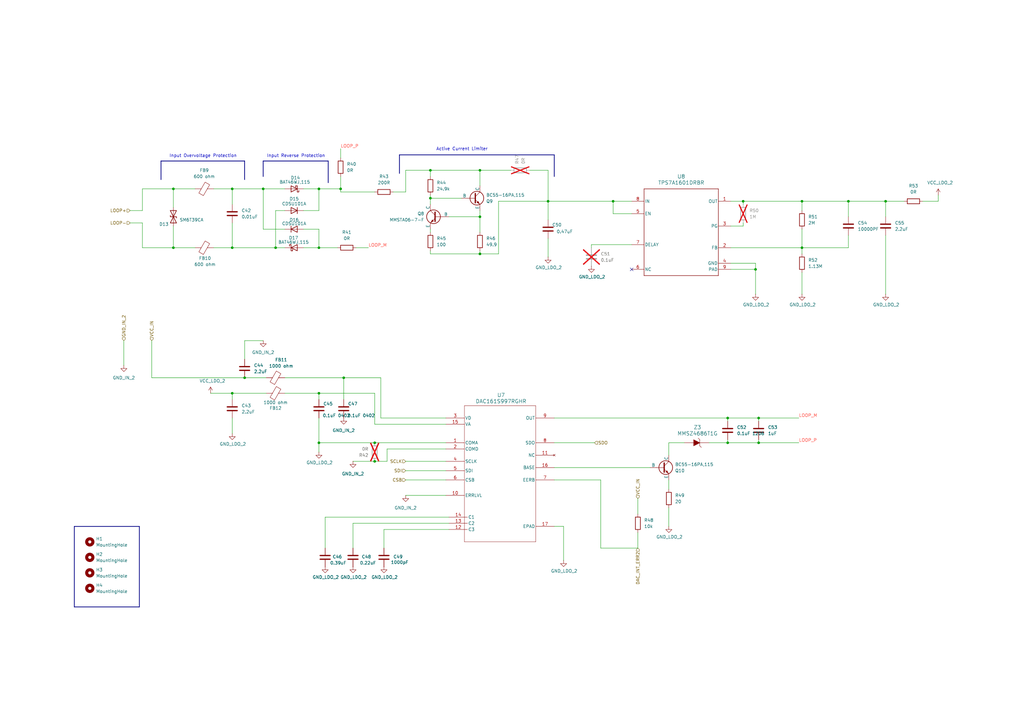
<source format=kicad_sch>
(kicad_sch (version 20231120) (generator "eeschema") (generator_version "8.0")
  (paper "A3")
  (lib_symbols
    (symbol "Device:C" (pin_numbers hide) (pin_names (offset 0.254))
      (property "Reference" "C" (at 0.635 2.54 0))
      (property "Value" "C" (at 0.635 -2.54 0))
      (symbol "C_0_1"
        (polyline (pts (xy -2.032 -0.762) (xy 2.032 -0.762)) (stroke (width 0.508)))
        (polyline (pts (xy -2.032 0.762) (xy 2.032 0.762)) (stroke (width 0.508)))
      )
      (symbol "C_1_1"
        (pin passive line (at 0 3.81 270) (length 2.794) (name "~") (number "1"))
        (pin passive line (at 0 -3.81 90) (length 2.794) (name "~") (number "2"))
      )
    )
    (symbol "Device:FerriteBead" (pin_numbers hide) (pin_names (offset 0))
      (property "Reference" "FB" (at -3.81 0.635 90))
      (property "Value" "FerriteBead" (at 3.81 0 90))
      (symbol "FerriteBead_0_1"
        (polyline (pts (xy 0 -1.27) (xy 0 -1.2192)))
        (polyline (pts (xy 0 1.27) (xy 0 1.2954)))
        (polyline (pts (xy -2.7686 0.4064) (xy -1.7018 2.2606) (xy 2.7686 -0.3048) (xy 1.6764 -2.159) (xy -2.7686 0.4064)))
      )
      (symbol "FerriteBead_1_1"
        (pin passive line (at 0 3.81 270) (length 2.54) (name "~") (number "1"))
        (pin passive line (at 0 -3.81 90) (length 2.54) (name "~") (number "2"))
      )
    )
    (symbol "Device:R" (pin_numbers hide) (pin_names (offset 0))
      (property "Reference" "R" (at 2.032 0 90))
      (property "Value" "R" (at 0 0 90))
      (symbol "R_0_1"
        (rectangle (start -1.016 -2.54) (end 1.016 2.54) (stroke (width 0.254)))
      )
      (symbol "R_1_1"
        (pin passive line (at 0 3.81 270) (length 1.27) (name "~") (number "1"))
        (pin passive line (at 0 -3.81 90) (length 1.27) (name "~") (number "2"))
      )
    )
    (symbol "Diode:1N630xCA" (pin_numbers hide) (pin_names (offset 1.016) hide)
      (property "Reference" "D" (at 0 2.54 0))
      (property "Value" "1N630xCA" (at 0 -2.54 0))
      (symbol "1N630xCA_0_1"
        (polyline (pts (xy 1.27 0) (xy -1.27 0)))
        (polyline (pts (xy -2.54 -1.27) (xy 0 0) (xy -2.54 1.27) (xy -2.54 -1.27)) (stroke (width 0.254)))
        (polyline (pts (xy 0.508 1.27) (xy 0 1.27) (xy 0 -1.27) (xy -0.508 -1.27)) (stroke (width 0.254)))
        (polyline (pts (xy 2.54 1.27) (xy 2.54 -1.27) (xy 0 0) (xy 2.54 1.27)) (stroke (width 0.254)))
      )
      (symbol "1N630xCA_1_1"
        (pin passive line (at -3.81 0 0) (length 2.54) (name "A1") (number "1"))
        (pin passive line (at 3.81 0 180) (length 2.54) (name "A2") (number "2"))
      )
    )
    (symbol "Diode:S2JTR" (pin_numbers hide) (pin_names hide)
      (property "Reference" "D" (at 0 2.54 0))
      (property "Value" "S2JTR" (at 0 -2.54 0))
      (symbol "S2JTR_0_1"
        (polyline (pts (xy -1.27 1.27) (xy -1.27 -1.27)) (stroke (width 0.254)))
        (polyline (pts (xy 1.27 0) (xy -1.27 0)))
        (polyline (pts (xy 1.27 1.27) (xy 1.27 -1.27) (xy -1.27 0) (xy 1.27 1.27)) (stroke (width 0.254)))
      )
      (symbol "S2JTR_1_1"
        (pin passive line (at -3.81 0 0) (length 2.54) (name "K") (number "1"))
        (pin passive line (at 3.81 0 180) (length 2.54) (name "A") (number "2"))
      )
    )
    (symbol "Diode:SB120" (pin_numbers hide) (pin_names (offset 1.016) hide)
      (property "Reference" "D" (at 0 2.54 0))
      (property "Value" "SB120" (at 0 -2.54 0))
      (symbol "SB120_0_1"
        (polyline (pts (xy 1.27 0) (xy -1.27 0)))
        (polyline (pts (xy 1.27 1.27) (xy 1.27 -1.27) (xy -1.27 0) (xy 1.27 1.27)) (stroke (width 0.254)))
        (polyline (pts (xy -1.905 0.635) (xy -1.905 1.27) (xy -1.27 1.27) (xy -1.27 -1.27) (xy -0.635 -1.27) (xy -0.635 -0.635)) (stroke (width 0.254)))
      )
      (symbol "SB120_1_1"
        (pin passive line (at -3.81 0 0) (length 2.54) (name "K") (number "1"))
        (pin passive line (at 3.81 0 180) (length 2.54) (name "A") (number "2"))
      )
    )
    (symbol "Mechanical:MountingHole" (pin_names (offset 1.016)) (exclude_from_sim yes) (in_bom no)
      (property "Reference" "H" (at 0 5.08 0))
      (property "Value" "MountingHole" (at 0 3.175 0))
      (symbol "MountingHole_0_1"
        (circle (center 0 0) (radius 1.27) (stroke (width 1.27)))
      )
    )
    (symbol "Simulation_SPICE:NPN" (pin_numbers hide) (pin_names (offset 0))
      (property "Reference" "Q" (at -2.54 7.62 0))
      (property "Value" "NPN" (at -2.54 5.08 0))
      (symbol "NPN_0_1"
        (polyline (pts (xy -2.54 0) (xy 0.635 0)) (stroke (width 0.1524)))
        (polyline (pts (xy 0.635 0.635) (xy 2.54 2.54)))
        (polyline (pts (xy 2.794 -1.27) (xy 2.794 -1.27)) (stroke (width 0.1524)))
        (polyline (pts (xy 2.794 -1.27) (xy 2.794 -1.27)) (stroke (width 0.1524)))
        (polyline (pts (xy 0.635 -0.635) (xy 2.54 -2.54) (xy 2.54 -2.54)))
        (polyline (pts (xy 0.635 1.905) (xy 0.635 -1.905) (xy 0.635 -1.905)) (stroke (width 0.508)))
        (polyline (pts (xy 1.27 -1.778) (xy 1.778 -1.27) (xy 2.286 -2.286) (xy 1.27 -1.778) (xy 1.27 -1.778)) (fill (type outline)))
        (circle (center 1.27 0) (radius 2.8194) (stroke (width 0.254)))
      )
      (symbol "NPN_1_1"
        (pin open_collector line (at 2.54 5.08 270) (length 2.54) (name "C") (number "1"))
        (pin input line (at -5.08 0 0) (length 2.54) (name "B") (number "2"))
        (pin open_emitter line (at 2.54 -5.08 90) (length 2.54) (name "E") (number "3"))
      )
    )
    (symbol "TSP7A1601DRBR:TPS7A1601DRBR" (pin_names (offset 0.254))
      (property "Reference" "U2" (at 0 22.86 0))
      (property "Value" "TPS7A1601DRBR" (at 0 20.32 0))
      (symbol "TPS7A1601DRBR_0_1"
        (polyline (pts (xy -15.24 -17.78) (xy 15.24 -17.78)) (stroke (width 0.2032)))
        (polyline (pts (xy -15.24 17.78) (xy -15.24 -17.78)) (stroke (width 0.2032)))
        (polyline (pts (xy 15.24 -17.78) (xy 15.24 17.78)) (stroke (width 0.2032)))
        (polyline (pts (xy 15.24 17.78) (xy -15.24 17.78)) (stroke (width 0.2032)))
        (pin power_in line (at 20.32 12.7 180) (length 5.08) (name "OUT") (number "1"))
        (pin input line (at 20.32 -6.35 180) (length 5.08) (name "FB") (number "2"))
        (pin open_collector line (at 20.32 2.54 180) (length 5.08) (name "PG") (number "3"))
        (pin power_in line (at 20.32 -12.7 180) (length 5.08) (name "GND") (number "4"))
        (pin input line (at -20.32 7.62 0) (length 5.08) (name "EN") (number "5"))
        (pin unspecified line (at -20.32 -15.24 0) (length 5.08) (name "NC") (number "6"))
        (pin output line (at -20.32 -5.08 0) (length 5.08) (name "DELAY") (number "7"))
        (pin power_in line (at -20.32 12.7 0) (length 5.08) (name "IN") (number "8"))
        (pin unspecified line (at 20.32 -15.24 180) (length 5.08) (name "PAD") (number "9"))
      )
    )
    (symbol "dac161s997rghr:DAC161S997RGHR" (pin_names (offset 0.254))
      (property "Reference" "U1" (at 33.02 10.16 0))
      (property "Value" "DAC161S997RGHR" (at 33.02 7.62 0))
      (symbol "DAC161S997RGHR_0_1"
        (polyline (pts (xy 7.62 -50.8) (xy 36.83 -50.8)) (stroke (width 0.127)))
        (polyline (pts (xy 7.62 5.08) (xy 7.62 -50.8)) (stroke (width 0.127)))
        (polyline (pts (xy 36.83 -50.8) (xy 36.83 5.08)) (stroke (width 0.127)))
        (polyline (pts (xy 36.83 5.08) (xy 7.62 5.08)) (stroke (width 0.127)))
        (pin power_in line (at 0 -10.16 0) (length 7.62) (name "COMA") (number "1"))
        (pin input line (at 0 -31.75 0) (length 7.62) (name "ERRLVL") (number "10"))
        (pin no_connect line (at 44.45 -15.24 180) (length 7.62) (name "NC") (number "11"))
        (pin unspecified line (at 1.27 -45.72 0) (length 7.62) (name "C3") (number "12"))
        (pin unspecified line (at 1.27 -43.18 0) (length 7.62) (name "C2") (number "13"))
        (pin unspecified line (at 1.27 -40.64 0) (length 7.62) (name "C1") (number "14"))
        (pin power_in line (at 0 -2.54 0) (length 7.62) (name "VA") (number "15"))
        (pin unspecified line (at 44.45 -20.32 180) (length 7.62) (name "BASE") (number "16"))
        (pin unspecified line (at 44.45 -44.45 180) (length 7.62) (name "EPAD") (number "17"))
        (pin power_in line (at 0 -12.7 0) (length 7.62) (name "COMD") (number "2"))
        (pin power_in line (at 0 0 0) (length 7.62) (name "VD") (number "3"))
        (pin input line (at 0 -17.78 0) (length 7.62) (name "SCLK") (number "4"))
        (pin input line (at 0 -21.59 0) (length 7.62) (name "SDI") (number "5"))
        (pin input line (at 0 -25.4 0) (length 7.62) (name "CSB") (number "6"))
        (pin output line (at 44.45 -25.4 180) (length 7.62) (name "EERB") (number "7"))
        (pin output line (at 44.45 -10.16 180) (length 7.62) (name "SDO") (number "8"))
        (pin output line (at 44.45 0 180) (length 7.62) (name "OUT") (number "9"))
      )
    )
    (symbol "dk_Diodes-Zener-Single:MMSZ5231B-7-F" (pin_numbers hide) (pin_names (offset 0) hide)
      (property "Reference" "Z" (at 0 3.81 0))
      (property "Value" "MMSZ5231B-7-F" (at 0 -3.81 0))
      (symbol "MMSZ5231B-7-F_0_1"
        (polyline (pts (xy 1.27 -1.27) (xy 1.905 -1.905)))
        (polyline (pts (xy 1.27 1.27) (xy 0.635 1.905)))
        (polyline (pts (xy 1.27 1.27) (xy 1.27 -1.27)))
        (polyline (pts (xy -1.27 1.27) (xy -1.27 -1.27) (xy 1.27 0) (xy -1.27 1.27)) (fill (type outline)))
      )
      (symbol "MMSZ5231B-7-F_1_1"
        (pin passive line (at -5.08 0 0) (length 3.81) (name "~") (number "A"))
        (pin passive line (at 5.08 0 180) (length 3.81) (name "~") (number "K"))
      )
    )
    (symbol "power:GND" (power) (pin_numbers hide) (pin_names (offset 0) hide)
      (property "Value" "GND" (at 0 -3.81 0))
      (symbol "GND_0_1"
        (polyline (pts (xy 0 0) (xy 0 -1.27) (xy 1.27 -1.27) (xy 0 -2.54) (xy -1.27 -1.27) (xy 0 -1.27)))
      )
      (symbol "GND_1_1"
        (pin power_in line (at 0 0 270) (length 0) (name "~") (number "1"))
      )
    )
    (symbol "power:VCC" (power) (pin_numbers hide) (pin_names (offset 0) hide)
      (property "Value" "VCC" (at 0 3.556 0))
      (symbol "VCC_0_1"
        (polyline (pts (xy -0.762 1.27) (xy 0 2.54)))
        (polyline (pts (xy 0 0) (xy 0 2.54)))
        (polyline (pts (xy 0 2.54) (xy 0.762 1.27)))
      )
      (symbol "VCC_1_1"
        (pin power_in line (at 0 0 90) (length 0) (name "~") (number "1"))
      )
    )
  )
  (junction (at 196.85 88.9))
  (junction (at 100.33 154.94))
  (junction (at 95.25 101.6))
  (junction (at 95.25 161.29))
  (junction (at 107.95 77.47))
  (junction (at 328.93 101.6))
  (junction (at 311.15 171.45))
  (junction (at 139.7 77.47))
  (junction (at 153.67 189.23))
  (junction (at 71.12 101.6))
  (junction (at 309.88 110.49))
  (junction (at 304.8 82.55))
  (junction (at 130.81 181.61))
  (junction (at 130.81 161.29))
  (junction (at 298.45 181.61))
  (junction (at 347.98 82.55))
  (junction (at 328.93 82.55))
  (junction (at 140.97 154.94))
  (junction (at 176.53 69.85))
  (junction (at 224.79 82.55))
  (junction (at 196.85 104.14))
  (junction (at 130.81 101.6))
  (junction (at 130.81 77.47))
  (junction (at 71.12 77.47))
  (junction (at 176.53 81.28))
  (junction (at 196.85 69.85))
  (junction (at 95.25 77.47))
  (junction (at 311.15 181.61))
  (junction (at 363.22 82.55))
  (junction (at 153.67 181.61))
  (junction (at 251.46 82.55))
  (junction (at 113.03 101.6))
  (junction (at 298.45 171.45))
  (no_connect (at 259.08 110.49))
  (wire (pts (xy 53.34 91.44) (xy 58.42 91.44)))
  (wire (pts (xy 299.72 110.49) (xy 309.88 110.49)))
  (wire (pts (xy 176.53 69.85) (xy 176.53 72.39)))
  (wire (pts (xy 347.98 82.55) (xy 363.22 82.55)))
  (wire (pts (xy 176.53 104.14) (xy 196.85 104.14)))
  (wire (pts (xy 246.38 196.85) (xy 246.38 224.79)))
  (wire (pts (xy 298.45 171.45) (xy 298.45 172.72)))
  (wire (pts (xy 62.23 139.7) (xy 62.23 154.94)))
  (wire (pts (xy 261.62 218.44) (xy 261.62 224.79)))
  (wire (pts (xy 53.34 86.36) (xy 58.42 86.36)))
  (wire (pts (xy 166.37 203.2) (xy 182.88 203.2)))
  (wire (pts (xy 124.46 77.47) (xy 130.81 77.47)))
  (wire (pts (xy 384.81 80.01) (xy 384.81 82.55)))
  (wire (pts (xy 86.36 161.29) (xy 95.25 161.29)))
  (wire (pts (xy 227.33 171.45) (xy 298.45 171.45)))
  (wire (pts (xy 130.81 101.6) (xy 138.43 101.6)))
  (wire (pts (xy 184.15 214.63) (xy 144.78 214.63)))
  (wire (pts (xy 95.25 77.47) (xy 87.63 77.47)))
  (wire (pts (xy 58.42 101.6) (xy 58.42 91.44)))
  (wire (pts (xy 107.95 77.47) (xy 116.84 77.47)))
  (wire (pts (xy 130.81 161.29) (xy 130.81 163.83)))
  (wire (pts (xy 274.32 208.28) (xy 274.32 215.9)))
  (wire (pts (xy 363.22 88.9) (xy 363.22 82.55)))
  (wire (pts (xy 224.79 69.85) (xy 224.79 82.55)))
  (wire (pts (xy 151.13 101.6) (xy 146.05 101.6)))
  (wire (pts (xy 153.67 161.29) (xy 130.81 161.29)))
  (bus (pts (xy 30.48 215.9) (xy 30.48 248.92)))
  (wire (pts (xy 347.98 88.9) (xy 347.98 82.55)))
  (wire (pts (xy 311.15 171.45) (xy 327.66 171.45)))
  (wire (pts (xy 274.32 186.69) (xy 274.32 181.61)))
  (wire (pts (xy 184.15 217.17) (xy 157.48 217.17)))
  (wire (pts (xy 224.79 97.79) (xy 224.79 105.41)))
  (wire (pts (xy 130.81 93.98) (xy 130.81 101.6)))
  (wire (pts (xy 299.72 101.6) (xy 328.93 101.6)))
  (wire (pts (xy 246.38 224.79) (xy 261.62 224.79)))
  (wire (pts (xy 304.8 92.71) (xy 304.8 91.44)))
  (wire (pts (xy 217.17 69.85) (xy 224.79 69.85)))
  (wire (pts (xy 130.81 185.42) (xy 130.81 181.61)))
  (wire (pts (xy 274.32 181.61) (xy 280.67 181.61)))
  (wire (pts (xy 176.53 93.98) (xy 176.53 95.25)))
  (wire (pts (xy 130.81 181.61) (xy 130.81 171.45)))
  (wire (pts (xy 231.14 215.9) (xy 231.14 229.87)))
  (wire (pts (xy 144.78 189.23) (xy 153.67 189.23)))
  (wire (pts (xy 363.22 96.52) (xy 363.22 120.65)))
  (wire (pts (xy 196.85 88.9) (xy 196.85 95.25)))
  (wire (pts (xy 116.84 154.94) (xy 140.97 154.94)))
  (wire (pts (xy 243.84 181.61) (xy 227.33 181.61)))
  (wire (pts (xy 124.46 93.98) (xy 130.81 93.98)))
  (wire (pts (xy 153.67 173.99) (xy 153.67 161.29)))
  (wire (pts (xy 309.88 107.95) (xy 309.88 110.49)))
  (wire (pts (xy 153.67 181.61) (xy 182.88 181.61)))
  (wire (pts (xy 290.83 181.61) (xy 298.45 181.61)))
  (wire (pts (xy 130.81 77.47) (xy 130.81 86.36)))
  (wire (pts (xy 311.15 181.61) (xy 327.66 181.61)))
  (wire (pts (xy 261.62 204.47) (xy 261.62 210.82)))
  (bus (pts (xy 134.62 66.04) (xy 107.95 66.04)))
  (wire (pts (xy 158.75 189.23) (xy 158.75 184.15)))
  (wire (pts (xy 299.72 82.55) (xy 304.8 82.55)))
  (bus (pts (xy 66.04 66.04) (xy 66.04 73.66)))
  (wire (pts (xy 242.57 100.33) (xy 242.57 101.6)))
  (wire (pts (xy 259.08 87.63) (xy 251.46 87.63)))
  (wire (pts (xy 251.46 87.63) (xy 251.46 82.55)))
  (wire (pts (xy 298.45 180.34) (xy 298.45 181.61)))
  (wire (pts (xy 139.7 72.39) (xy 139.7 77.47)))
  (bus (pts (xy 100.33 73.66) (xy 100.33 66.04)))
  (wire (pts (xy 196.85 86.36) (xy 196.85 88.9)))
  (wire (pts (xy 130.81 77.47) (xy 139.7 77.47)))
  (bus (pts (xy 30.48 248.92) (xy 57.15 248.92)))
  (wire (pts (xy 176.53 80.01) (xy 176.53 81.28)))
  (wire (pts (xy 166.37 196.85) (xy 182.88 196.85)))
  (wire (pts (xy 184.15 88.9) (xy 196.85 88.9)))
  (wire (pts (xy 196.85 104.14) (xy 196.85 102.87)))
  (wire (pts (xy 274.32 196.85) (xy 274.32 200.66)))
  (wire (pts (xy 95.25 77.47) (xy 107.95 77.47)))
  (wire (pts (xy 139.7 60.96) (xy 139.7 64.77)))
  (wire (pts (xy 139.7 78.74) (xy 153.67 78.74)))
  (wire (pts (xy 107.95 139.7) (xy 100.33 139.7)))
  (bus (pts (xy 227.33 72.39) (xy 227.33 63.5)))
  (wire (pts (xy 204.47 82.55) (xy 224.79 82.55)))
  (wire (pts (xy 363.22 82.55) (xy 370.84 82.55)))
  (wire (pts (xy 157.48 217.17) (xy 157.48 224.79)))
  (wire (pts (xy 224.79 82.55) (xy 224.79 90.17)))
  (wire (pts (xy 80.01 77.47) (xy 71.12 77.47)))
  (wire (pts (xy 251.46 82.55) (xy 259.08 82.55)))
  (wire (pts (xy 166.37 69.85) (xy 166.37 78.74)))
  (wire (pts (xy 144.78 214.63) (xy 144.78 224.79)))
  (wire (pts (xy 58.42 77.47) (xy 58.42 86.36)))
  (wire (pts (xy 328.93 86.36) (xy 328.93 82.55)))
  (wire (pts (xy 71.12 77.47) (xy 58.42 77.47)))
  (wire (pts (xy 166.37 189.23) (xy 182.88 189.23)))
  (wire (pts (xy 378.46 82.55) (xy 384.81 82.55)))
  (wire (pts (xy 299.72 92.71) (xy 304.8 92.71)))
  (wire (pts (xy 95.25 161.29) (xy 109.22 161.29)))
  (wire (pts (xy 299.72 107.95) (xy 309.88 107.95)))
  (wire (pts (xy 156.21 154.94) (xy 156.21 171.45)))
  (wire (pts (xy 227.33 191.77) (xy 266.7 191.77)))
  (wire (pts (xy 116.84 161.29) (xy 130.81 161.29)))
  (wire (pts (xy 116.84 86.36) (xy 113.03 86.36)))
  (wire (pts (xy 309.88 110.49) (xy 309.88 120.65)))
  (bus (pts (xy 134.62 74.93) (xy 134.62 66.04)))
  (wire (pts (xy 328.93 82.55) (xy 347.98 82.55)))
  (wire (pts (xy 153.67 189.23) (xy 158.75 189.23)))
  (wire (pts (xy 196.85 76.2) (xy 196.85 69.85)))
  (wire (pts (xy 328.93 101.6) (xy 328.93 104.14)))
  (wire (pts (xy 166.37 78.74) (xy 161.29 78.74)))
  (wire (pts (xy 158.75 184.15) (xy 182.88 184.15)))
  (wire (pts (xy 130.81 181.61) (xy 153.67 181.61)))
  (wire (pts (xy 328.93 111.76) (xy 328.93 120.65)))
  (wire (pts (xy 328.93 82.55) (xy 304.8 82.55)))
  (wire (pts (xy 196.85 69.85) (xy 209.55 69.85)))
  (wire (pts (xy 176.53 81.28) (xy 189.23 81.28)))
  (wire (pts (xy 304.8 82.55) (xy 304.8 83.82)))
  (wire (pts (xy 140.97 154.94) (xy 140.97 163.83)))
  (wire (pts (xy 133.35 212.09) (xy 133.35 224.79)))
  (wire (pts (xy 100.33 139.7) (xy 100.33 147.32)))
  (wire (pts (xy 298.45 171.45) (xy 311.15 171.45)))
  (wire (pts (xy 182.88 173.99) (xy 153.67 173.99)))
  (wire (pts (xy 176.53 81.28) (xy 176.53 83.82)))
  (wire (pts (xy 113.03 86.36) (xy 113.03 101.6)))
  (wire (pts (xy 113.03 101.6) (xy 116.84 101.6)))
  (bus (pts (xy 57.15 215.9) (xy 30.48 215.9)))
  (wire (pts (xy 204.47 104.14) (xy 204.47 82.55)))
  (bus (pts (xy 163.83 63.5) (xy 163.83 71.12)))
  (wire (pts (xy 140.97 154.94) (xy 156.21 154.94)))
  (wire (pts (xy 184.15 212.09) (xy 133.35 212.09)))
  (wire (pts (xy 124.46 86.36) (xy 130.81 86.36)))
  (wire (pts (xy 95.25 101.6) (xy 95.25 91.44)))
  (wire (pts (xy 166.37 193.04) (xy 182.88 193.04)))
  (wire (pts (xy 71.12 77.47) (xy 71.12 85.09)))
  (wire (pts (xy 95.25 171.45) (xy 95.25 177.8)))
  (wire (pts (xy 311.15 171.45) (xy 311.15 172.72)))
  (wire (pts (xy 107.95 93.98) (xy 107.95 77.47)))
  (wire (pts (xy 100.33 154.94) (xy 109.22 154.94)))
  (wire (pts (xy 87.63 101.6) (xy 95.25 101.6)))
  (wire (pts (xy 95.25 161.29) (xy 95.25 163.83)))
  (wire (pts (xy 71.12 101.6) (xy 58.42 101.6)))
  (wire (pts (xy 139.7 78.74) (xy 139.7 77.47)))
  (wire (pts (xy 116.84 93.98) (xy 107.95 93.98)))
  (bus (pts (xy 163.83 63.5) (xy 227.33 63.5)))
  (wire (pts (xy 196.85 104.14) (xy 204.47 104.14)))
  (wire (pts (xy 242.57 100.33) (xy 259.08 100.33)))
  (wire (pts (xy 156.21 171.45) (xy 182.88 171.45)))
  (wire (pts (xy 224.79 82.55) (xy 251.46 82.55)))
  (wire (pts (xy 62.23 154.94) (xy 100.33 154.94)))
  (wire (pts (xy 166.37 69.85) (xy 176.53 69.85)))
  (wire (pts (xy 71.12 101.6) (xy 80.01 101.6)))
  (bus (pts (xy 107.95 66.04) (xy 107.95 72.39)))
  (wire (pts (xy 298.45 181.61) (xy 311.15 181.61)))
  (wire (pts (xy 311.15 181.61) (xy 311.15 180.34)))
  (wire (pts (xy 347.98 96.52) (xy 347.98 101.6)))
  (bus (pts (xy 57.15 215.9) (xy 57.15 248.92)))
  (wire (pts (xy 227.33 215.9) (xy 231.14 215.9)))
  (bus (pts (xy 100.33 66.04) (xy 66.04 66.04)))
  (wire (pts (xy 130.81 101.6) (xy 124.46 101.6)))
  (wire (pts (xy 227.33 196.85) (xy 246.38 196.85)))
  (wire (pts (xy 95.25 101.6) (xy 113.03 101.6)))
  (wire (pts (xy 71.12 92.71) (xy 71.12 101.6)))
  (wire (pts (xy 347.98 101.6) (xy 328.93 101.6)))
  (wire (pts (xy 50.8 139.7) (xy 50.8 149.86)))
  (wire (pts (xy 176.53 102.87) (xy 176.53 104.14)))
  (wire (pts (xy 176.53 69.85) (xy 196.85 69.85)))
  (wire (pts (xy 95.25 83.82) (xy 95.25 77.47)))
  (wire (pts (xy 328.93 93.98) (xy 328.93 101.6)))
  (text "Input Overvoltage Protection" (at 83.312 64.008 0) (effects (font (size 1.27 1.27))))
  (text "Input Reverse Protection" (at 121.412 64.008 0) (effects (font (size 1.27 1.27))))
  (text "Active Current Limiter" (at 189.484 61.214 0) (effects (font (size 1.27 1.27))))
  (label "LOOP_P" (at 139.7 60.96 0))
  (label "LOOP_P" (at 327.66 181.61 0))
  (label "LOOP_M" (at 151.13 101.6 0))
  (label "LOOP_M" (at 327.66 171.45 0))
  (hierarchical_label "LOOP-" (shape input) (at 53.34 91.44 180))
  (hierarchical_label "SDI" (shape input) (at 166.37 193.04 180))
  (hierarchical_label "SDO" (shape input) (at 243.84 181.61 0))
  (hierarchical_label "LOOP+" (shape input) (at 53.34 86.36 180))
  (hierarchical_label "CSB" (shape input) (at 166.37 196.85 180))
  (hierarchical_label "DAC_INT_ERR2" (shape input) (at 261.62 224.79 270))
  (hierarchical_label "SCLK" (shape input) (at 166.37 189.23 180))
  (hierarchical_label "GND_IN_2" (shape input) (at 50.8 139.7 90))
  (hierarchical_label "VCC_IN" (shape input) (at 62.23 139.7 90))
  (hierarchical_label "VCC_IN" (shape input) (at 261.62 204.47 90))
  (symbol (lib_id "Device:C") (at 298.45 176.53 0) (unit 1)
    (property "Reference" "C52" (at 302.26 175.2599 0) (effects (justify left)))
    (property "Value" "0.1uF 1206" (at 302.26 177.7999 0) (effects (justify left)))
    (property "Footprint" "Capacitor_SMD:C_1206_3216Metric" (effects (hide yes)))
    (property "Description" "CAP CER 0.1UF 100V X7R 1206" (effects (hide yes)))
    (property "DIGIKEY" "478-KGM31DR72A104JUTR-ND" (effects (hide yes)))
    (property "DigiKey" "478-KGM31DR72A104JUTR-ND" (effects (hide yes)))
  )
  (symbol (lib_id "Device:R") (at 176.53 76.2 180) (unit 1)
    (property "Reference" "R44" (at 179.07 74.9299 0) (effects (justify right)))
    (property "Value" "24.9k" (at 179.07 77.4699 0) (effects (justify right)))
    (property "Footprint" "Resistor_SMD:R_0603_1608Metric" (effects (hide yes)))
    (property "Description" "RES 24.9K OHM 1% 1/10W 0603" (effects (hide yes)))
    (property "DIGIKEY" "541-4028-2-ND" (effects (hide yes)))
    (property "DigiKey" "541-4028-2-ND" (effects (hide yes)))
  )
  (symbol (lib_id "Diode:S2JTR") (at 120.65 86.36 180) (unit 1)
    (property "Reference" "D15" (at 120.65 81.534 0))
    (property "Value" "CDSU101A" (at 120.65 83.566 0))
    (property "Footprint" "footprints:LED_CDSU101A" (effects (hide yes)))
    (property "Description" "DIODE GEN PURP 80V 100MA 0603" (effects (hide yes)))
    (property "DIGIKEY" "  641-1002-2-ND" (effects (hide yes)))
    (property "DigiKey" "  641-1002-2-ND" (effects (hide yes)))
  )
  (symbol (lib_id "power:VCC") (at 384.81 80.01 0) (unit 1)
    (property "Reference" "#PWR077" (effects (hide yes)))
    (property "Value" "VCC_LDO_2" (at 385.572 74.93 0))
    (property "Description" "Power symbol creates a global label with name \"VCC\"" (effects (hide yes)))
  )
  (symbol (lib_id "dac161s997rghr:DAC161S997RGHR") (at 182.88 171.45 0) (unit 1)
    (property "Reference" "U7" (at 205.486 162.052 0) (effects (font (size 1.524 1.524))))
    (property "Value" "DAC161S997RGHR" (at 205.486 164.592 0) (effects (font (size 1.524 1.524))))
    (property "Footprint" "footprints:RGH16_TEX" (effects (hide yes)))
    (property "Datasheet" "DAC161S997RGHR" (effects (hide yes)))
    (property "Description" "DAC 16 b SPI 16-WQFN (4x4)" (effects (hide yes)))
    (property "DIGIKEY" "  296-40022-2-ND " (effects (hide yes)))
    (property "DigiKey" "  296-40022-2-ND " (effects (hide yes)))
  )
  (symbol (lib_id "Device:R") (at 304.8 87.63 0) (unit 1) (dnp yes)
    (property "Reference" "R50" (at 307.34 86.3599 0) (effects (justify left)))
    (property "Value" "1M" (at 307.34 88.8999 0) (effects (justify left)))
    (property "Footprint" "Resistor_SMD:R_0402_1005Metric" (effects (hide yes)))
    (property "Description" "RES SMD 1M OHM 5% 1/16W 0402" (effects (hide yes)))
    (property "DIGIKEY" "541-4119-2-ND" (effects (hide yes)))
    (property "DigiKey" "541-4119-2-ND" (effects (hide yes)))
  )
  (symbol (lib_id "Device:R") (at 328.93 90.17 0) (unit 1)
    (property "Reference" "R51" (at 331.47 88.8999 0) (effects (justify left)))
    (property "Value" "2M" (at 331.47 91.4399 0) (effects (justify left)))
    (property "Footprint" "Resistor_SMD:R_0402_1005Metric" (effects (hide yes)))
    (property "Description" "RES 2M OHM 1% 1/16W 0402" (effects (hide yes)))
    (property "DIGIKEY" "541-4066-2-ND" (effects (hide yes)))
    (property "DigiKey" "541-4066-2-ND" (effects (hide yes)))
  )
  (symbol (lib_id "Device:C") (at 95.25 87.63 0) (unit 1)
    (property "Reference" "C42" (at 99.06 86.3599 0) (effects (justify left)))
    (property "Value" "0.01uF" (at 99.06 88.8999 0) (effects (justify left)))
    (property "Footprint" "Capacitor_SMD:C_0603_1608Metric" (effects (hide yes)))
    (property "Description" "Unpolarized capacitor" (effects (hide yes)))
    (property "DIGIKEY" "  445-1304-2-ND" (effects (hide yes)))
    (property "DigiKey" "  445-1304-2-ND" (effects (hide yes)))
  )
  (symbol (lib_id "power:VCC") (at 86.36 161.29 0) (unit 1)
    (property "Reference" "#PWR060" (effects (hide yes)))
    (property "Value" "VCC_LDO_2" (at 87.122 156.21 0))
    (property "Description" "Power symbol creates a global label with name \"VCC\"" (effects (hide yes)))
  )
  (symbol (lib_id "Device:R") (at 261.62 214.63 0) (unit 1)
    (property "Reference" "R48" (at 264.16 213.3599 0) (effects (justify left)))
    (property "Value" "10k" (at 264.16 215.8999 0) (effects (justify left)))
    (property "Footprint" "Resistor_SMD:R_0402_1005Metric" (effects (hide yes)))
    (property "Description" "RES 10K OHM 5% 1/16W 0402" (effects (hide yes)))
    (property "DIGIKEY" "311-10KJRTR-ND " (effects (hide yes)))
    (property "DigiKey" "311-10KJRTR-ND " (effects (hide yes)))
  )
  (symbol (lib_id "Device:C") (at 130.81 167.64 0) (unit 1)
    (property "Reference" "C45" (at 132.588 165.608 0) (effects (justify left)))
    (property "Value" "0.1uF 0402" (at 132.334 170.434 0) (effects (justify left)))
    (property "Footprint" "Capacitor_SMD:C_0402_1005Metric" (effects (hide yes)))
    (property "Description" "CAP CER 0.1UF 6.3V X5R 0402" (effects (hide yes)))
    (property "DIGIKEY" "445-1266-2-ND" (effects (hide yes)))
    (property "DigiKey" "445-1266-2-ND" (effects (hide yes)))
  )
  (symbol (lib_id "Device:R") (at 374.65 82.55 90) (unit 1)
    (property "Reference" "R53" (at 374.65 76.2 90))
    (property "Value" "0R" (at 374.65 78.74 90))
    (property "Footprint" "Resistor_SMD:R_0603_1608Metric" (effects (hide yes)))
    (property "Description" "0 Ohms Jumper Chip Resistor 0603 (1608 Metric) Automotive AEC-Q200 Thick Film" (effects (hide yes)))
    (property "DIGIKEY" "541-0.0GTR-ND" (effects (hide yes)))
    (property "DigiKey" "541-0.0GTR-ND" (effects (hide yes)))
  )
  (symbol (lib_id "power:GND") (at 242.57 109.22 0) (unit 1)
    (property "Reference" "#PWR072" (effects (hide yes)))
    (property "Value" "GND_LDO_2" (at 242.824 113.538 0))
    (property "Description" "Power symbol creates a global label with name \"GND\" , ground" (effects (hide yes)))
  )
  (symbol (lib_id "Device:FerriteBead") (at 83.82 101.6 90) (unit 1)
    (property "Reference" "FB10" (at 84.074 105.918 90))
    (property "Value" "600 ohm" (at 84.074 108.458 90))
    (property "Footprint" "Resistor_SMD:R_1206_3216Metric" (effects (hide yes)))
    (property "Description" "Ferrite bead" (effects (hide yes)))
    (property "DIGIKEY" "  240-2405-2-ND" (effects (hide yes)))
    (property "DigiKey" "  240-2405-2-ND" (effects (hide yes)))
  )
  (symbol (lib_id "Device:C") (at 224.79 93.98 0) (mirror y) (unit 1)
    (property "Reference" "C50" (at 230.378 92.202 0) (effects (justify left)))
    (property "Value" "0.47uF" (at 234.95 94.996 0) (effects (justify left)))
    (property "Footprint" "Capacitor_SMD:C_0805_2012Metric" (effects (hide yes)))
    (property "Description" "CAP CER 0.47UF 100V X7R 0805" (effects (hide yes)))
    (property "DIGIKEY" "  490-3326-2-ND" (effects (hide yes)))
    (property "DigiKey" "  490-3326-2-ND" (effects (hide yes)))
  )
  (symbol (lib_id "power:GND") (at 157.48 232.41 0) (unit 1)
    (property "Reference" "#PWR068" (effects (hide yes)))
    (property "Value" "GND_LDO_2" (at 157.734 236.728 0))
    (property "Description" "Power symbol creates a global label with name \"GND\" , ground" (effects (hide yes)))
  )
  (symbol (lib_id "Device:R") (at 196.85 99.06 0) (unit 1)
    (property "Reference" "R46" (at 199.39 97.7899 0) (effects (justify left)))
    (property "Value" "49.9" (at 199.39 100.3299 0) (effects (justify left)))
    (property "Footprint" "Resistor_SMD:R_1206_3216Metric" (effects (hide yes)))
    (property "Description" "RES 49.9 OHM 1% 1/4W 1206" (effects (hide yes)))
    (property "DIGIKEY" "541-4185-2-ND" (effects (hide yes)))
    (property "DigiKey" "541-4185-2-ND" (effects (hide yes)))
  )
  (symbol (lib_id "power:GND") (at 231.14 229.87 0) (unit 1)
    (property "Reference" "#PWR071" (effects (hide yes)))
    (property "Value" "GND_LDO_2" (at 231.394 234.188 0))
    (property "Description" "Power symbol creates a global label with name \"GND\" , ground" (effects (hide yes)))
  )
  (symbol (lib_id "Diode:SB120") (at 120.65 77.47 180) (unit 1)
    (property "Reference" "D14" (at 121.158 72.898 0))
    (property "Value" "BAT46WJ,115" (at 120.904 74.676 0))
    (property "Footprint" "Diode_SMD:D_SOD-323F" (effects (hide yes)))
    (property "Description" "DIODE SCHOTT 100V 250MA SOD323F" (effects (hide yes)))
    (property "DIGIKEY" "  1727-4817-2-ND" (effects (hide yes)))
    (property "DigiKey" "  1727-4817-2-ND" (effects (hide yes)))
  )
  (symbol (lib_id "Mechanical:MountingHole") (at 36.83 228.6 0) (unit 1) (exclude_from_sim yes) (in_bom no)
    (property "Reference" "H2" (at 39.37 227.3299 0) (effects (justify left)))
    (property "Value" "MountingHole" (at 39.37 229.8699 0) (effects (justify left)))
    (property "Footprint" "MountingHole:MountingHole_3.2mm_M3_DIN965_Pad" (effects (hide yes)))
    (property "Description" "Mounting Hole without connection" (effects (hide yes)))
  )
  (symbol (lib_id "Device:C") (at 133.35 228.6 0) (unit 1)
    (property "Reference" "C46" (at 136.398 228.346 0) (effects (justify left)))
    (property "Value" "0.39uF" (at 135.382 230.886 0) (effects (justify left)))
    (property "Footprint" "Capacitor_SMD:C_0402_1005Metric" (effects (hide yes)))
    (property "Description" "CAP, CERM, 0.39 µF, 10 V, +/- 10%, X5R, 0402" (effects (hide yes)))
    (property "DIGIKEY" "  490-8253-2-ND" (effects (hide yes)))
    (property "DigiKey" "  490-8253-2-ND" (effects (hide yes)))
  )
  (symbol (lib_id "Device:C") (at 347.98 92.71 0) (unit 1)
    (property "Reference" "C54" (at 351.79 91.4399 0) (effects (justify left)))
    (property "Value" "10000PF" (at 351.79 93.9799 0) (effects (justify left)))
    (property "Footprint" "Capacitor_SMD:C_0402_1005Metric" (effects (hide yes)))
    (property "Description" "CAP CER 10000PF 10V X5R 0402" (effects (hide yes)))
    (property "DIGIKEY" "  490-6296-2-ND" (effects (hide yes)))
    (property "DigiKey" "  490-6296-2-ND" (effects (hide yes)))
  )
  (symbol (lib_id "Simulation_SPICE:NPN") (at 179.07 88.9 0) (mirror y) (unit 1)
    (property "Reference" "Q8" (at 173.99 87.6299 0) (effects (justify left)))
    (property "Value" "MMSTA06-7-F" (at 173.99 90.1699 0) (effects (justify left)))
    (property "Footprint" "digikey-footprints:SOT-323" (effects (hide yes)))
    (property "Description" "TRANS NPN 80V 0.5A SOT323" (effects (hide yes)))
    (property "DIGIKEY" "MMSTA06-FDITR-ND" (effects (hide yes)))
    (property "DigiKey" "MMSTA06-FDITR-ND" (effects (hide yes)))
  )
  (symbol (lib_id "Device:FerriteBead") (at 83.82 77.47 90) (unit 1)
    (property "Reference" "FB9" (at 83.7692 69.85 90))
    (property "Value" "600 ohm" (at 83.7692 72.39 90))
    (property "Footprint" "Resistor_SMD:R_1206_3216Metric" (effects (hide yes)))
    (property "Description" "Ferrite bead" (effects (hide yes)))
    (property "DIGIKEY" "  240-2405-2-ND" (effects (hide yes)))
    (property "DigiKey" "  240-2405-2-ND" (effects (hide yes)))
  )
  (symbol (lib_id "Device:C") (at 311.15 176.53 0) (unit 1)
    (property "Reference" "C53" (at 314.96 175.2599 0) (effects (justify left)))
    (property "Value" "1uF" (at 314.96 177.7999 0) (effects (justify left)))
    (property "Footprint" "Capacitor_SMD:C_1206_3216Metric" (effects (hide yes)))
    (property "Description" "CAP CER 1UF 100V X7R 1206" (effects (hide yes)))
    (property "DIGIKEY" "490-3909-2-ND" (effects (hide yes)))
    (property "DigiKey" "490-3909-2-ND" (effects (hide yes)))
  )
  (symbol (lib_id "power:GND") (at 363.22 120.65 0) (unit 1)
    (property "Reference" "#PWR076" (effects (hide yes)))
    (property "Value" "GND_LDO_2" (at 363.474 124.968 0))
    (property "Description" "Power symbol creates a global label with name \"GND\" , ground" (effects (hide yes)))
  )
  (symbol (lib_id "Device:C") (at 100.33 151.13 0) (unit 1)
    (property "Reference" "C44" (at 104.14 149.8599 0) (effects (justify left)))
    (property "Value" "2.2uF" (at 104.14 152.3999 0) (effects (justify left)))
    (property "Footprint" "Capacitor_SMD:C_0402_1005Metric" (effects (hide yes)))
    (property "Description" "CAP CER 2.2UF 16V X5R 0402" (effects (hide yes)))
    (property "DIGIKEY" "445-9085-2-ND" (effects (hide yes)))
    (property "DigiKey" "445-9085-2-ND" (effects (hide yes)))
  )
  (symbol (lib_id "Device:FerriteBead") (at 113.03 154.94 90) (unit 1)
    (property "Reference" "FB11" (at 115.316 147.574 90))
    (property "Value" "1000 ohm" (at 115.316 150.114 90))
    (property "Footprint" "Resistor_SMD:R_0402_1005Metric" (effects (hide yes)))
    (property "Description" "FERRITE BEAD 1K OHM 0402 1LN" (effects (hide yes)))
    (property "DIGIKEY" "  490-3999-2-ND" (effects (hide yes)))
    (property "DigiKey" "  490-3999-2-ND" (effects (hide yes)))
  )
  (symbol (lib_id "power:GND") (at 166.37 203.2 0) (unit 1)
    (property "Reference" "#PWR069" (effects (hide yes)))
    (property "Value" "GND_IN_2" (at 166.37 208.28 0))
    (property "Description" "Power symbol creates a global label with name \"GND\" , ground" (effects (hide yes)))
  )
  (symbol (lib_id "power:GND") (at 309.88 120.65 0) (unit 1)
    (property "Reference" "#PWR074" (effects (hide yes)))
    (property "Value" "GND_LDO_2" (at 310.134 124.968 0))
    (property "Description" "Power symbol creates a global label with name \"GND\" , ground" (effects (hide yes)))
  )
  (symbol (lib_id "power:GND") (at 140.97 171.45 0) (unit 1)
    (property "Reference" "#PWR065" (effects (hide yes)))
    (property "Value" "GND_IN_2" (at 140.97 176.53 0))
    (property "Description" "Power symbol creates a global label with name \"GND\" , ground" (effects (hide yes)))
  )
  (symbol (lib_id "power:GND") (at 328.93 120.65 0) (unit 1)
    (property "Reference" "#PWR075" (effects (hide yes)))
    (property "Value" "GND_LDO_2" (at 329.184 124.968 0))
    (property "Description" "Power symbol creates a global label with name \"GND\" , ground" (effects (hide yes)))
  )
  (symbol (lib_id "Device:FerriteBead") (at 113.03 161.29 90) (unit 1)
    (property "Reference" "FB12" (at 113.03 167.386 90))
    (property "Value" "1000 ohm" (at 113.03 165.1 90))
    (property "Footprint" "Resistor_SMD:R_0402_1005Metric" (effects (hide yes)))
    (property "Description" "FERRITE BEAD 1K OHM 0402 1LN" (effects (hide yes)))
    (property "DIGIKEY" "  490-3999-2-ND" (effects (hide yes)))
    (property "DigiKey" "  490-3999-2-ND" (effects (hide yes)))
  )
  (symbol (lib_id "power:GND") (at 107.95 139.7 0) (unit 1)
    (property "Reference" "#PWR062" (effects (hide yes)))
    (property "Value" "GND_IN_2" (at 107.95 144.526 0))
    (property "Description" "Power symbol creates a global label with name \"GND\" , ground" (effects (hide yes)))
  )
  (symbol (lib_id "Simulation_SPICE:NPN") (at 271.78 191.77 0) (unit 1)
    (property "Reference" "Q10" (at 276.86 193.0401 0) (effects (justify left)))
    (property "Value" "BC55-16PA,115" (at 276.86 190.5001 0) (effects (justify left)))
    (property "Footprint" "mergened_footprints:3-HUSON(2X2)" (effects (hide yes)))
    (property "Description" "TRANS NPN 60V 1A 3HUSON" (effects (hide yes)))
    (property "DIGIKEY" "  1727-2344-2-ND" (effects (hide yes)))
    (property "DigiKey" "  1727-2344-2-ND" (effects (hide yes)))
  )
  (symbol (lib_id "Device:C") (at 363.22 92.71 0) (unit 1)
    (property "Reference" "C55" (at 367.03 91.4399 0) (effects (justify left)))
    (property "Value" "2.2uF" (at 367.03 93.9799 0) (effects (justify left)))
    (property "Footprint" "Capacitor_SMD:C_0402_1005Metric" (effects (hide yes)))
    (property "Description" "CAP CER 2.2UF 16V X5R 0402" (effects (hide yes)))
    (property "DIGIKEY" "445-9085-2-ND" (effects (hide yes)))
    (property "DigiKey" "445-9085-2-ND" (effects (hide yes)))
  )
  (symbol (lib_id "Device:C") (at 242.57 105.41 0) (unit 1) (dnp yes)
    (property "Reference" "C51" (at 246.38 104.1399 0) (effects (justify left)))
    (property "Value" "0.1uF" (at 246.38 106.6799 0) (effects (justify left)))
    (property "Footprint" "Capacitor_SMD:C_1206_3216Metric" (effects (hide yes)))
    (property "Description" "CAP CER 0.1UF 100V X7R 1206" (effects (hide yes)))
    (property "DIGIKEY" "478-KGM31DR72A104JUTR-ND" (effects (hide yes)))
    (property "DigiKey" "478-KGM31DR72A104JUTR-ND" (effects (hide yes)))
  )
  (symbol (lib_id "Simulation_SPICE:NPN") (at 194.31 81.28 0) (unit 1)
    (property "Reference" "Q9" (at 199.39 82.5501 0) (effects (justify left)))
    (property "Value" "BC55-16PA,115" (at 199.39 80.0101 0) (effects (justify left)))
    (property "Footprint" "mergened_footprints:3-HUSON(2X2)" (effects (hide yes)))
    (property "Description" "TRANS NPN 60V 1A 3HUSON" (effects (hide yes)))
    (property "DIGIKEY" "  1727-2344-2-ND" (effects (hide yes)))
    (property "DigiKey" "  1727-2344-2-ND" (effects (hide yes)))
  )
  (symbol (lib_id "Device:C") (at 144.78 228.6 0) (unit 1)
    (property "Reference" "C48" (at 148.336 228.346 0) (effects (justify left)))
    (property "Value" "0.22uF" (at 147.574 230.886 0) (effects (justify left)))
    (property "Footprint" "Capacitor_SMD:C_0402_1005Metric" (effects (hide yes)))
    (property "Description" "CAP CER 0.22UF 6.3V X5R 0402" (effects (hide yes)))
    (property "DIGIKEY" "490-5407-2-ND" (effects (hide yes)))
    (property "DigiKey" "490-5407-2-ND" (effects (hide yes)))
  )
  (symbol (lib_id "Mechanical:MountingHole") (at 36.83 234.95 0) (unit 1) (exclude_from_sim yes) (in_bom no)
    (property "Reference" "H3" (at 39.37 233.6799 0) (effects (justify left)))
    (property "Value" "MountingHole" (at 39.37 236.2199 0) (effects (justify left)))
    (property "Footprint" "MountingHole:MountingHole_3.2mm_M3_DIN965_Pad" (effects (hide yes)))
    (property "Description" "Mounting Hole without connection" (effects (hide yes)))
  )
  (symbol (lib_id "Diode:S2JTR") (at 120.65 93.98 0) (mirror x) (unit 1)
    (property "Reference" "D16" (at 120.65 90.17 0))
    (property "Value" "CDSU101A" (at 120.65 91.694 0))
    (property "Footprint" "footprints:LED_CDSU101A" (effects (hide yes)))
    (property "Description" "DIODE GEN PURP 80V 100MA 0603" (effects (hide yes)))
    (property "DIGIKEY" "  641-1002-2-ND" (effects (hide yes)))
    (property "DigiKey" "  641-1002-2-ND" (effects (hide yes)))
  )
  (symbol (lib_id "TSP7A1601DRBR:TPS7A1601DRBR") (at 279.4 95.25 0) (unit 1)
    (property "Reference" "U8" (at 279.4 72.39 0) (effects (font (size 1.524 1.524))))
    (property "Value" "TPS7A1601DRBR" (at 279.4 74.93 0) (effects (font (size 1.524 1.524))))
    (property "Footprint" "footprints:DRB0008B" (effects (hide yes)))
    (property "Datasheet" "TPS7A1601DRBR" (effects (hide yes)))
    (property "DIGIKEY" "96-40969-2-ND " (effects (hide yes)))
    (property "DigiKey" "96-40969-2-ND " (effects (hide yes)))
  )
  (symbol (lib_id "Device:R") (at 176.53 99.06 0) (unit 1)
    (property "Reference" "R45" (at 179.07 97.7899 0) (effects (justify left)))
    (property "Value" "100" (at 179.07 100.3299 0) (effects (justify left)))
    (property "Footprint" "Resistor_SMD:R_0603_1608Metric" (effects (hide yes)))
    (property "Description" "RES SMD 100 OHM 1% 1/3W 0603" (effects (hide yes)))
    (property "DIGIKEY" "541-100STR-ND" (effects (hide yes)))
    (property "DigiKey" "541-100STR-ND" (effects (hide yes)))
  )
  (symbol (lib_id "Device:R") (at 139.7 68.58 0) (unit 1)
    (property "Reference" "R40" (at 142.24 67.3099 0) (effects (justify left)))
    (property "Value" "0R" (at 142.24 69.8499 0) (effects (justify left)))
    (property "Footprint" "Resistor_SMD:R_0603_1608Metric" (effects (hide yes)))
    (property "Description" "0 Ohms Jumper Chip Resistor 0603 (1608 Metric) Automotive AEC-Q200 Thick Film" (effects (hide yes)))
    (property "DIGIKEY" "541-0.0GTR-ND" (effects (hide yes)))
    (property "DigiKey" "541-0.0GTR-ND" (effects (hide yes)))
  )
  (symbol (lib_id "Device:R") (at 274.32 204.47 0) (unit 1)
    (property "Reference" "R49" (at 276.86 203.1999 0) (effects (justify left)))
    (property "Value" "20" (at 276.86 205.7399 0) (effects (justify left)))
    (property "Footprint" "Resistor_SMD:R_0603_1608Metric" (effects (hide yes)))
    (property "Description" "RES SMD 20 OHM 1% 1/10W 0603" (effects (hide yes)))
    (property "DIGIKEY" "  541-20.0HTR-ND" (effects (hide yes)))
    (property "DigiKey" "  541-20.0HTR-ND" (effects (hide yes)))
  )
  (symbol (lib_id "Diode:SB120") (at 120.65 101.6 0) (unit 1)
    (property "Reference" "D17" (at 120.396 97.536 0))
    (property "Value" "BAT46WJ,115" (at 120.396 99.314 0))
    (property "Footprint" "Diode_SMD:D_SOD-323F" (effects (hide yes)))
    (property "Description" "DIODE SCHOTT 100V 250MA SOD323F" (effects (hide yes)))
    (property "DIGIKEY" "  1727-4817-2-ND" (effects (hide yes)))
    (property "DigiKey" "  1727-4817-2-ND" (effects (hide yes)))
  )
  (symbol (lib_id "dk_Diodes-Zener-Single:MMSZ5231B-7-F") (at 285.75 181.61 0) (unit 1)
    (property "Reference" "Z3" (at 286.0675 175.26 0) (effects (font (size 1.524 1.524))))
    (property "Value" "MMSZ4686T1G" (at 286.0675 177.8 0) (effects (font (size 1.524 1.524))))
    (property "Footprint" "digikey-footprints:SOD-123" (effects (hide yes)))
    (property "Datasheet" "https://www.onsemi.com/pdf/datasheet/mmsz4678t1-d.pdf" (effects (hide yes)))
    (property "Description" "DIODE ZENER 3.9V 500MW SOD123" (effects (hide yes)))
    (property "Category" "Discrete Semiconductor Products" (effects (hide yes)))
    (property "Family" "Diodes - Zener - Single" (effects (hide yes)))
    (property "DK_Datasheet_Link" "https://www.diodes.com/assets/Datasheets/ds18010.pdf" (effects (hide yes)))
    (property "DK_Detail_Page" "/product-detail/en/diodes-incorporated/MMSZ5231B-7-F/MMSZ5231B-FDICT-ND/755506" (effects (hide yes)))
    (property "Description_1" "DIODE ZENER 5.1V 500MW SOD123" (effects (hide yes)))
    (property "Manufacturer" "Diodes Incorporated" (effects (hide yes)))
    (property "DIGIKEY" "MMSZ4686T1GOSTR-ND" (effects (hide yes)))
    (property "DigiKey" "MMSZ4686T1GOSTR-ND" (effects (hide yes)))
  )
  (symbol (lib_id "Device:R") (at 153.67 185.42 180) (unit 1) (dnp yes)
    (property "Reference" "R42" (at 151.13 186.6901 0) (effects (justify left)))
    (property "Value" "0R" (at 151.13 184.1501 0) (effects (justify left)))
    (property "Footprint" "Resistor_SMD:R_0603_1608Metric" (effects (hide yes)))
    (property "Description" "0 Ohms Jumper Chip Resistor 0603 (1608 Metric) Automotive AEC-Q200 Thick Film" (effects (hide yes)))
    (property "DIGIKEY" "541-0.0GTR-ND" (effects (hide yes)))
    (property "DigiKey" "541-0.0GTR-ND" (effects (hide yes)))
  )
  (symbol (lib_id "Device:C") (at 95.25 167.64 0) (unit 1)
    (property "Reference" "C43" (at 99.06 166.3699 0) (effects (justify left)))
    (property "Value" "2.2uF" (at 99.06 168.9099 0) (effects (justify left)))
    (property "Footprint" "Capacitor_SMD:C_0402_1005Metric" (effects (hide yes)))
    (property "Description" "CAP CER 2.2UF 16V X5R 0402" (effects (hide yes)))
    (property "DIGIKEY" "445-9085-2-ND" (effects (hide yes)))
    (property "DigiKey" "445-9085-2-ND" (effects (hide yes)))
  )
  (symbol (lib_id "Mechanical:MountingHole") (at 36.83 222.25 0) (unit 1) (exclude_from_sim yes) (in_bom no)
    (property "Reference" "H1" (at 39.37 220.9799 0) (effects (justify left)))
    (property "Value" "MountingHole" (at 39.37 223.5199 0) (effects (justify left)))
    (property "Footprint" "MountingHole:MountingHole_3.2mm_M3_DIN965_Pad" (effects (hide yes)))
    (property "Description" "Mounting Hole without connection" (effects (hide yes)))
  )
  (symbol (lib_id "power:GND") (at 130.81 185.42 0) (unit 1)
    (property "Reference" "#PWR063" (effects (hide yes)))
    (property "Value" "GND_LDO_2" (at 131.064 189.738 0))
    (property "Description" "Power symbol creates a global label with name \"GND\" , ground" (effects (hide yes)))
  )
  (symbol (lib_id "Diode:1N630xCA") (at 71.12 88.9 270) (unit 1)
    (property "Reference" "D13" (at 65.278 91.948 90) (effects (justify left)))
    (property "Value" "SM6T39CA" (at 73.66 90.1699 90) (effects (justify left)))
    (property "Footprint" "Diode_SMD:D_SMB" (effects (hide yes)))
    (property "Datasheet" "https://www.st.com/content/ccc/resource/technical/document/datasheet/6f/2d/a6/9e/56/51/48/15/CD00000725.pdf/files/CD00000725.pdf/jcr:content/translations/en.CD00000725.pdf" (effects (hide yes)))
    (property "Description" "TVS DIODE 33.3VWM 53.9VC SMB" (effects (hide yes)))
    (property "DIGIKEY" "497-6498-2-ND" (effects (hide yes)))
    (property "DigiKey" "497-6498-2-ND" (effects (hide yes)))
  )
  (symbol (lib_id "power:GND") (at 133.35 232.41 0) (unit 1)
    (property "Reference" "#PWR064" (effects (hide yes)))
    (property "Value" "GND_LDO_2" (at 133.604 236.728 0))
    (property "Description" "Power symbol creates a global label with name \"GND\" , ground" (effects (hide yes)))
  )
  (symbol (lib_id "power:GND") (at 95.25 177.8 0) (unit 1)
    (property "Reference" "#PWR061" (effects (hide yes)))
    (property "Value" "GND_LDO_2" (at 95.504 182.118 0))
    (property "Description" "Power symbol creates a global label with name \"GND\" , ground" (effects (hide yes)))
  )
  (symbol (lib_id "power:GND") (at 274.32 215.9 0) (unit 1)
    (property "Reference" "#PWR073" (effects (hide yes)))
    (property "Value" "GND_LDO_2" (at 274.574 220.218 0))
    (property "Description" "Power symbol creates a global label with name \"GND\" , ground" (effects (hide yes)))
  )
  (symbol (lib_id "power:GND") (at 224.79 105.41 0) (unit 1)
    (property "Reference" "#PWR070" (effects (hide yes)))
    (property "Value" "GND_LDO_2" (at 225.044 109.728 0))
    (property "Description" "Power symbol creates a global label with name \"GND\" , ground" (effects (hide yes)))
  )
  (symbol (lib_id "power:GND") (at 144.78 232.41 0) (unit 1)
    (property "Reference" "#PWR067" (effects (hide yes)))
    (property "Value" "GND_LDO_2" (at 145.034 236.728 0))
    (property "Description" "Power symbol creates a global label with name \"GND\" , ground" (effects (hide yes)))
  )
  (symbol (lib_id "Device:R") (at 142.24 101.6 90) (unit 1)
    (property "Reference" "R41" (at 142.24 95.25 90))
    (property "Value" "0R" (at 142.24 97.79 90))
    (property "Footprint" "Resistor_SMD:R_0603_1608Metric" (effects (hide yes)))
    (property "Description" "0 Ohms Jumper Chip Resistor 0603 (1608 Metric) Automotive AEC-Q200 Thick Film" (effects (hide yes)))
    (property "DIGIKEY" "541-0.0GTR-ND" (effects (hide yes)))
    (property "DigiKey" "541-0.0GTR-ND" (effects (hide yes)))
  )
  (symbol (lib_id "Mechanical:MountingHole") (at 36.83 241.3 0) (unit 1) (exclude_from_sim yes) (in_bom no)
    (property "Reference" "H4" (at 39.37 240.0299 0) (effects (justify left)))
    (property "Value" "MountingHole" (at 39.37 242.5699 0) (effects (justify left)))
    (property "Footprint" "MountingHole:MountingHole_3.2mm_M3_DIN965_Pad" (effects (hide yes)))
    (property "Description" "Mounting Hole without connection" (effects (hide yes)))
  )
  (symbol (lib_id "Device:R") (at 328.93 107.95 0) (unit 1)
    (property "Reference" "R52" (at 331.47 106.6799 0) (effects (justify left)))
    (property "Value" "1.13M" (at 331.47 109.2199 0) (effects (justify left)))
    (property "Footprint" "Resistor_SMD:R_0402_1005Metric" (effects (hide yes)))
    (property "Description" "RES SMD 1.13M OHM 1% 1/16W 0402" (effects (hide yes)))
    (property "DIGIKEY" "  541-1.13MLTR-ND" (effects (hide yes)))
    (property "DigiKey" "  541-1.13MLTR-ND" (effects (hide yes)))
  )
  (symbol (lib_id "Device:C") (at 157.48 228.6 0) (unit 1)
    (property "Reference" "C49" (at 161.29 228.346 0) (effects (justify left)))
    (property "Value" "1000pF" (at 160.274 230.632 0) (effects (justify left)))
    (property "Footprint" "Capacitor_SMD:C_0402_1005Metric" (effects (hide yes)))
    (property "Description" "CAP CER 1000PF 6.3V X5R 0402" (effects (hide yes)))
    (property "DIGIKEY" "490-6285-2-ND" (effects (hide yes)))
    (property "DigiKey" "490-6285-2-ND" (effects (hide yes)))
  )
  (symbol (lib_id "power:GND") (at 144.78 189.23 0) (unit 1)
    (property "Reference" "#PWR066" (effects (hide yes)))
    (property "Value" "GND_IN_2" (at 144.78 194.31 0))
    (property "Description" "Power symbol creates a global label with name \"GND\" , ground" (effects (hide yes)))
  )
  (symbol (lib_id "Device:R") (at 157.48 78.74 90) (unit 1)
    (property "Reference" "R43" (at 157.48 72.39 90))
    (property "Value" "200R" (at 157.48 74.93 90))
    (property "Footprint" "Resistor_SMD:R_1206_3216Metric" (effects (hide yes)))
    (property "Description" "Resistor" (effects (hide yes)))
    (property "DIGIKEY" "  541-200FTR-ND" (effects (hide yes)))
    (property "DigiKey" "  541-200FTR-ND" (effects (hide yes)))
  )
  (symbol (lib_id "power:GND") (at 50.8 149.86 0) (unit 1)
    (property "Reference" "#PWR059" (effects (hide yes)))
    (property "Value" "GND_IN_2" (at 50.8 154.94 0))
    (property "Description" "Power symbol creates a global label with name \"GND\" , ground" (effects (hide yes)))
  )
  (symbol (lib_id "Device:C") (at 140.97 167.64 0) (unit 1)
    (property "Reference" "C47" (at 142.748 165.608 0) (effects (justify left)))
    (property "Value" "0.1uF 0402" (at 142.494 170.434 0) (effects (justify left)))
    (property "Footprint" "Capacitor_SMD:C_0402_1005Metric" (effects (hide yes)))
    (property "Description" "CAP CER 0.1UF 6.3V X5R 0402" (effects (hide yes)))
    (property "DIGIKEY" "445-1266-2-ND" (effects (hide yes)))
    (property "DigiKey" "445-1266-2-ND" (effects (hide yes)))
  )
  (symbol (lib_id "Device:R") (at 213.36 69.85 90) (unit 1) (dnp yes)
    (property "Reference" "R47" (at 212.0899 67.31 0) (effects (justify left)))
    (property "Value" "0R" (at 214.6299 67.31 0) (effects (justify left)))
    (property "Footprint" "Resistor_SMD:R_0603_1608Metric" (effects (hide yes)))
    (property "Description" "0 Ohms Jumper Chip Resistor 0603 (1608 Metric) Automotive AEC-Q200 Thick Film" (effects (hide yes)))
    (property "DIGIKEY" "541-0.0GTR-ND" (effects (hide yes)))
    (property "DigiKey" "541-0.0GTR-ND" (effects (hide yes)))
  )
)
</source>
